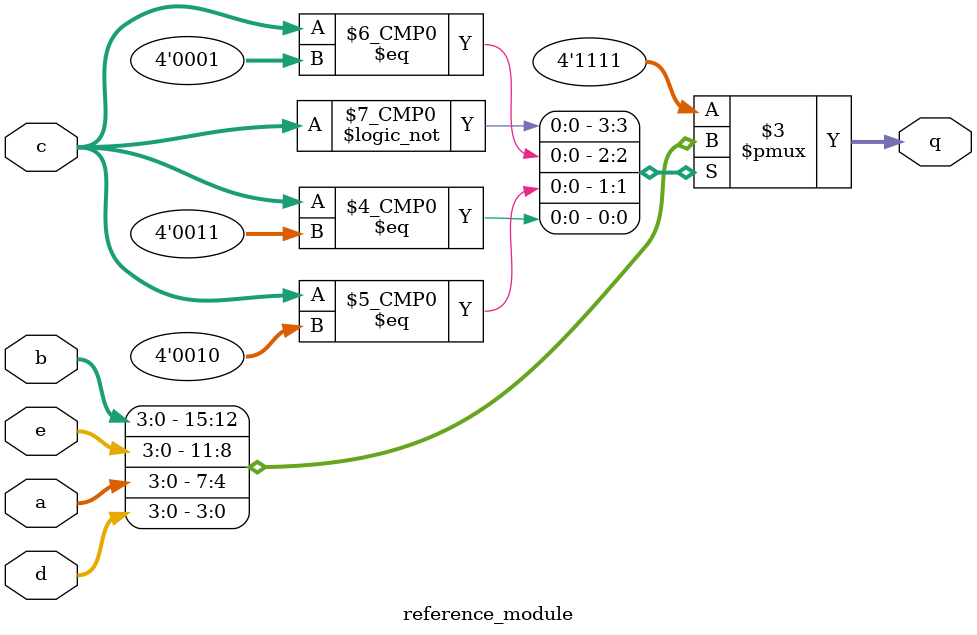
<source format=sv>
module reference_module (
	input [3:0] a, 
	input [3:0] b, 
	input [3:0] c, 
	input [3:0] d,
	input [3:0] e,
	output reg [3:0] q
);

	always @(*) 
		case (c)
			0: q = b;
			1: q = e;
			2: q = a;
			3: q = d;
			default: q = 4'hf;
		endcase
	
endmodule

</source>
